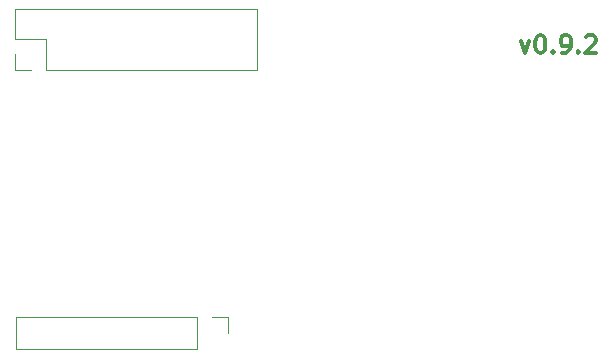
<source format=gto>
%TF.GenerationSoftware,KiCad,Pcbnew,8.0.6*%
%TF.CreationDate,2024-11-01T15:47:02+09:00*%
%TF.ProjectId,powerups,706f7765-7275-4707-932e-6b696361645f,0.9.2*%
%TF.SameCoordinates,Original*%
%TF.FileFunction,Legend,Top*%
%TF.FilePolarity,Positive*%
%FSLAX46Y46*%
G04 Gerber Fmt 4.6, Leading zero omitted, Abs format (unit mm)*
G04 Created by KiCad (PCBNEW 8.0.6) date 2024-11-01 15:47:02*
%MOMM*%
%LPD*%
G01*
G04 APERTURE LIST*
%ADD10C,0.300000*%
%ADD11C,0.120000*%
G04 APERTURE END LIST*
D10*
X146051653Y-85440828D02*
X146408796Y-86440828D01*
X146408796Y-86440828D02*
X146765939Y-85440828D01*
X147623082Y-84940828D02*
X147765939Y-84940828D01*
X147765939Y-84940828D02*
X147908796Y-85012257D01*
X147908796Y-85012257D02*
X147980225Y-85083685D01*
X147980225Y-85083685D02*
X148051653Y-85226542D01*
X148051653Y-85226542D02*
X148123082Y-85512257D01*
X148123082Y-85512257D02*
X148123082Y-85869400D01*
X148123082Y-85869400D02*
X148051653Y-86155114D01*
X148051653Y-86155114D02*
X147980225Y-86297971D01*
X147980225Y-86297971D02*
X147908796Y-86369400D01*
X147908796Y-86369400D02*
X147765939Y-86440828D01*
X147765939Y-86440828D02*
X147623082Y-86440828D01*
X147623082Y-86440828D02*
X147480225Y-86369400D01*
X147480225Y-86369400D02*
X147408796Y-86297971D01*
X147408796Y-86297971D02*
X147337367Y-86155114D01*
X147337367Y-86155114D02*
X147265939Y-85869400D01*
X147265939Y-85869400D02*
X147265939Y-85512257D01*
X147265939Y-85512257D02*
X147337367Y-85226542D01*
X147337367Y-85226542D02*
X147408796Y-85083685D01*
X147408796Y-85083685D02*
X147480225Y-85012257D01*
X147480225Y-85012257D02*
X147623082Y-84940828D01*
X148765938Y-86297971D02*
X148837367Y-86369400D01*
X148837367Y-86369400D02*
X148765938Y-86440828D01*
X148765938Y-86440828D02*
X148694510Y-86369400D01*
X148694510Y-86369400D02*
X148765938Y-86297971D01*
X148765938Y-86297971D02*
X148765938Y-86440828D01*
X149551653Y-86440828D02*
X149837367Y-86440828D01*
X149837367Y-86440828D02*
X149980224Y-86369400D01*
X149980224Y-86369400D02*
X150051653Y-86297971D01*
X150051653Y-86297971D02*
X150194510Y-86083685D01*
X150194510Y-86083685D02*
X150265939Y-85797971D01*
X150265939Y-85797971D02*
X150265939Y-85226542D01*
X150265939Y-85226542D02*
X150194510Y-85083685D01*
X150194510Y-85083685D02*
X150123082Y-85012257D01*
X150123082Y-85012257D02*
X149980224Y-84940828D01*
X149980224Y-84940828D02*
X149694510Y-84940828D01*
X149694510Y-84940828D02*
X149551653Y-85012257D01*
X149551653Y-85012257D02*
X149480224Y-85083685D01*
X149480224Y-85083685D02*
X149408796Y-85226542D01*
X149408796Y-85226542D02*
X149408796Y-85583685D01*
X149408796Y-85583685D02*
X149480224Y-85726542D01*
X149480224Y-85726542D02*
X149551653Y-85797971D01*
X149551653Y-85797971D02*
X149694510Y-85869400D01*
X149694510Y-85869400D02*
X149980224Y-85869400D01*
X149980224Y-85869400D02*
X150123082Y-85797971D01*
X150123082Y-85797971D02*
X150194510Y-85726542D01*
X150194510Y-85726542D02*
X150265939Y-85583685D01*
X150908795Y-86297971D02*
X150980224Y-86369400D01*
X150980224Y-86369400D02*
X150908795Y-86440828D01*
X150908795Y-86440828D02*
X150837367Y-86369400D01*
X150837367Y-86369400D02*
X150908795Y-86297971D01*
X150908795Y-86297971D02*
X150908795Y-86440828D01*
X151551653Y-85083685D02*
X151623081Y-85012257D01*
X151623081Y-85012257D02*
X151765939Y-84940828D01*
X151765939Y-84940828D02*
X152123081Y-84940828D01*
X152123081Y-84940828D02*
X152265939Y-85012257D01*
X152265939Y-85012257D02*
X152337367Y-85083685D01*
X152337367Y-85083685D02*
X152408796Y-85226542D01*
X152408796Y-85226542D02*
X152408796Y-85369400D01*
X152408796Y-85369400D02*
X152337367Y-85583685D01*
X152337367Y-85583685D02*
X151480224Y-86440828D01*
X151480224Y-86440828D02*
X152408796Y-86440828D01*
D11*
%TO.C,CONN4*%
X103235000Y-82680000D02*
X123675000Y-82680000D01*
X103235000Y-85280000D02*
X103235000Y-82680000D01*
X103235000Y-87880000D02*
X103235000Y-86550000D01*
X104565000Y-87880000D02*
X103235000Y-87880000D01*
X105835000Y-85280000D02*
X103235000Y-85280000D01*
X105835000Y-87880000D02*
X105835000Y-85280000D01*
X105835000Y-87880000D02*
X123675000Y-87880000D01*
X123675000Y-87880000D02*
X123675000Y-82680000D01*
%TO.C,CONN3*%
X103320000Y-108810000D02*
X103320000Y-111470000D01*
X118620000Y-108810000D02*
X103320000Y-108810000D01*
X118620000Y-108810000D02*
X118620000Y-111470000D01*
X118620000Y-111470000D02*
X103320000Y-111470000D01*
X119890000Y-108810000D02*
X121220000Y-108810000D01*
X121220000Y-108810000D02*
X121220000Y-110140000D01*
%TD*%
M02*

</source>
